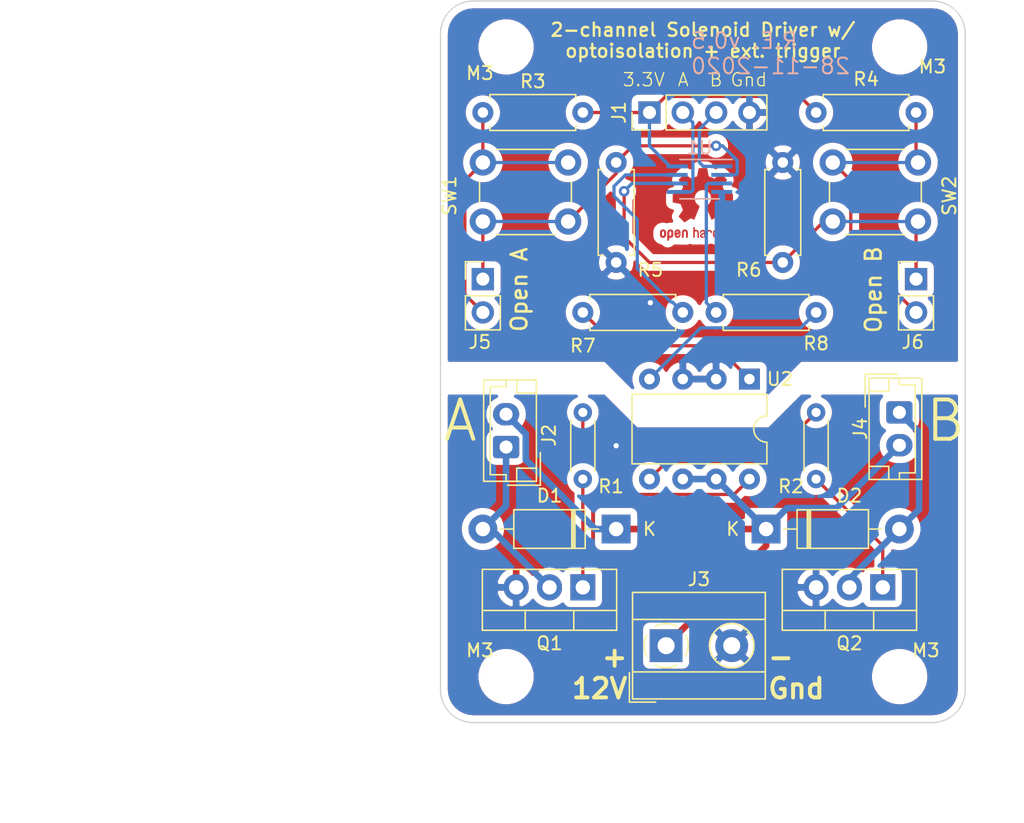
<source format=kicad_pcb>
(kicad_pcb (version 20171130) (host pcbnew "(5.1.8)-1")
  (title_block (rev 1))
  (layers (0 Front signal) (31 Back signal) (34 B.Paste user) (35 F.Paste user) (36 B.SilkS user) (37 F.SilkS user) (38 B.Mask user) (39 F.Mask user) (44 Edge.Cuts user))
  (net 0 "")
  (net 1 "Net-(D1-Pad2)")
  (net 2 "Net-(Q1-Pad1)")
  (net 3 "Net-(D2-Pad2)")
  (net 4 "Net-(Q2-Pad1)")
  (net 5 "Net-(R1-Pad2)")
  (net 6 "Net-(R2-Pad2)")
  (net 7 TeensyGND)
  (net 8 InputB)
  (net 9 InputA)
  (net 10 3.3V)
  (net 11 "Net-(J5-Pad2)")
  (net 12 "Net-(J5-Pad1)")
  (net 13 "Net-(J6-Pad2)")
  (net 14 "Net-(J6-Pad1)")
  (net 15 "Net-(R7-Pad2)")
  (net 16 "Net-(R7-Pad1)")
  (net 17 "Net-(R8-Pad2)")
  (net 18 "Net-(R8-Pad1)")
  (net 19 12V)
  (net 20 GNDPWR)
  (module gfx:nnm_logo_small (layer Back) (at 135.5 59 180)
    (fp_text reference G*** hide)
    (fp_text value LOGO hide)
  )
  (module Symbol:OSHW-Logo2_7.3x6mm_Copper (layer Front) (at 142.5 70.5)
    (fp_text reference REF** hide)
    (fp_text value OSHW-Logo2_7.3x6mm_Copper hide)
    (fp_poly (pts (xy -2.400256 1.919918) (xy -2.344799 1.947568) (xy -2.295852 1.99848) (xy -2.282371 2.017338) (xy -2.267686 2.042015) (xy -2.258158 2.068816) (xy -2.252707 2.104587) (xy -2.250253 2.156169) (xy -2.249714 2.224267) (xy -2.252148 2.317588) (xy -2.260606 2.387657) (xy -2.276826 2.439931) (xy -2.302546 2.479869) (xy -2.339503 2.512929) (xy -2.342218 2.514886) (xy -2.37864 2.534908) (xy -2.422498 2.544815) (xy -2.478276 2.547257) (xy -2.568952 2.547257) (xy -2.56899 2.635283) (xy -2.569834 2.684308) (xy -2.574976 2.713065) (xy -2.588413 2.730311) (xy -2.614142 2.744808) (xy -2.620321 2.747769) (xy -2.649236 2.761648) (xy -2.671624 2.770414) (xy -2.688271 2.771171) (xy -2.699964 2.761023) (xy -2.70749 2.737073) (xy -2.711634 2.696426) (xy -2.713185 2.636186) (xy -2.712929 2.553455) (xy -2.711651 2.445339) (xy -2.711252 2.413) (xy -2.709815 2.301524) (xy -2.708528 2.228603) (xy -2.569029 2.228603) (xy -2.568245 2.290499) (xy -2.56476 2.330997) (xy -2.556876 2.357708) (xy -2.542895 2.378244) (xy -2.533403 2.38826) (xy -2.494596 2.417567) (xy -2.460237 2.419952) (xy -2.424784 2.39575) (xy -2.423886 2.394857) (xy -2.409461 2.376153) (xy -2.400687 2.350732) (xy -2.396261 2.311584) (xy -2.394882 2.251697) (xy -2.394857 2.23843) (xy -2.398188 2.155901) (xy -2.409031 2.098691) (xy -2.42866 2.063766) (xy -2.45835 2.048094) (xy -2.475509 2.046514) (xy -2.516234 2.053926) (xy -2.544168 2.07833) (xy -2.560983 2.12298) (xy -2.56835 2.19113) (xy -2.569029 2.228603) (xy -2.708528 2.228603) (xy -2.708292 2.215245) (xy -2.706323 2.150333) (xy -2.70355 2.102958) (xy -2.699612 2.06929) (xy -2.694151 2.045498) (xy -2.686808 2.027753) (xy -2.677223 2.012224) (xy -2.673113 2.006381) (xy -2.618595 1.951185) (xy -2.549664 1.91989) (xy -2.469928 1.911165) (xy -2.400256 1.919918)) (layer Front) (width 0.01))
    (fp_poly (pts (xy -1.283907 1.92778) (xy -1.237328 1.954723) (xy -1.204943 1.981466) (xy -1.181258 2.009484) (xy -1.164941 2.043748) (xy -1.154661 2.089227) (xy -1.149086 2.150892) (xy -1.146884 2.233711) (xy -1.146629 2.293246) (xy -1.146629 2.512391) (xy -1.208314 2.540044) (xy -1.27 2.567697) (xy -1.277257 2.32767) (xy -1.280256 2.238028) (xy -1.283402 2.172962) (xy -1.287299 2.128026) (xy -1.292553 2.09877) (xy -1.299769 2.080748) (xy -1.30955 2.069511) (xy -1.312688 2.067079) (xy -1.360239 2.048083) (xy -1.408303 2.0556) (xy -1.436914 2.075543) (xy -1.448553 2.089675) (xy -1.456609 2.10822) (xy -1.461729 2.136334) (xy -1.464559 2.179173) (xy -1.465744 2.241895) (xy -1.465943 2.307261) (xy -1.465982 2.389268) (xy -1.467386 2.447316) (xy -1.472086 2.486465) (xy -1.482013 2.51178) (xy -1.499097 2.528323) (xy -1.525268 2.541156) (xy -1.560225 2.554491) (xy -1.598404 2.569007) (xy -1.593859 2.311389) (xy -1.592029 2.218519) (xy -1.589888 2.149889) (xy -1.586819 2.100711) (xy -1.582206 2.066198) (xy -1.575432 2.041562) (xy -1.565881 2.022016) (xy -1.554366 2.00477) (xy -1.49881 1.94968) (xy -1.43102 1.917822) (xy -1.357287 1.910191) (xy -1.283907 1.92778)) (layer Front) (width 0.01))
    (fp_poly (pts (xy -2.958885 1.921962) (xy -2.890855 1.957733) (xy -2.840649 2.015301) (xy -2.822815 2.052312) (xy -2.808937 2.107882) (xy -2.801833 2.178096) (xy -2.80116 2.254727) (xy -2.806573 2.329552) (xy -2.81773 2.394342) (xy -2.834286 2.440873) (xy -2.839374 2.448887) (xy -2.899645 2.508707) (xy -2.971231 2.544535) (xy -3.048908 2.55502) (xy -3.127452 2.53881) (xy -3.149311 2.529092) (xy -3.191878 2.499143) (xy -3.229237 2.459433) (xy -3.232768 2.454397) (xy -3.247119 2.430124) (xy -3.256606 2.404178) (xy -3.26221 2.370022) (xy -3.264914 2.321119) (xy -3.265701 2.250935) (xy -3.265714 2.2352) (xy -3.265678 2.230192) (xy -3.120571 2.230192) (xy -3.119727 2.29643) (xy -3.116404 2.340386) (xy -3.109417 2.368779) (xy -3.097584 2.388325) (xy -3.091543 2.394857) (xy -3.056814 2.41968) (xy -3.023097 2.418548) (xy -2.989005 2.397016) (xy -2.968671 2.374029) (xy -2.956629 2.340478) (xy -2.949866 2.287569) (xy -2.949402 2.281399) (xy -2.948248 2.185513) (xy -2.960312 2.114299) (xy -2.98543 2.068194) (xy -3.02344 2.047635) (xy -3.037008 2.046514) (xy -3.072636 2.052152) (xy -3.097006 2.071686) (xy -3.111907 2.109042) (xy -3.119125 2.16815) (xy -3.120571 2.230192) (xy -3.265678 2.230192) (xy -3.265174 2.160413) (xy -3.262904 2.108159) (xy -3.257932 2.071949) (xy -3.249287 2.045299) (xy -3.235995 2.021722) (xy -3.233057 2.017338) (xy -3.183687 1.958249) (xy -3.129891 1.923947) (xy -3.064398 1.910331) (xy -3.042158 1.909665) (xy -2.958885 1.921962)) (layer Front) (width 0.01))
    (fp_poly (pts (xy -1.831697 1.931239) (xy -1.774473 1.969735) (xy -1.730251 2.025335) (xy -1.703833 2.096086) (xy -1.69849 2.148162) (xy -1.699097 2.169893) (xy -1.704178 2.186531) (xy -1.718145 2.201437) (xy -1.745411 2.217973) (xy -1.790388 2.239498) (xy -1.857489 2.269374) (xy -1.857829 2.269524) (xy -1.919593 2.297813) (xy -1.970241 2.322933) (xy -2.004596 2.342179) (xy -2.017482 2.352848) (xy -2.017486 2.352934) (xy -2.006128 2.376166) (xy -1.979569 2.401774) (xy -1.949077 2.420221) (xy -1.93363 2.423886) (xy -1.891485 2.411212) (xy -1.855192 2.379471) (xy -1.837483 2.344572) (xy -1.820448 2.318845) (xy -1.787078 2.289546) (xy -1.747851 2.264235) (xy -1.713244 2.250471) (xy -1.706007 2.249714) (xy -1.697861 2.26216) (xy -1.69737 2.293972) (xy -1.703357 2.336866) (xy -1.714643 2.382558) (xy -1.73005 2.422761) (xy -1.730829 2.424322) (xy -1.777196 2.489062) (xy -1.837289 2.533097) (xy -1.905535 2.554711) (xy -1.976362 2.552185) (xy -2.044196 2.523804) (xy -2.047212 2.521808) (xy -2.100573 2.473448) (xy -2.13566 2.410352) (xy -2.155078 2.327387) (xy -2.157684 2.304078) (xy -2.162299 2.194055) (xy -2.156767 2.142748) (xy -2.017486 2.142748) (xy -2.015676 2.174753) (xy -2.005778 2.184093) (xy -1.981102 2.177105) (xy -1.942205 2.160587) (xy -1.898725 2.139881) (xy -1.897644 2.139333) (xy -1.860791 2.119949) (xy -1.846 2.107013) (xy -1.849647 2.093451) (xy -1.865005 2.075632) (xy -1.904077 2.049845) (xy -1.946154 2.04795) (xy -1.983897 2.066717) (xy -2.009966 2.102915) (xy -2.017486 2.142748) (xy -2.156767 2.142748) (xy -2.152806 2.106027) (xy -2.12845 2.036212) (xy -2.094544 1.987302) (xy -2.033347 1.937878) (xy -1.965937 1.913359) (xy -1.89712 1.911797) (xy -1.831697 1.931239)) (layer Front) (width 0.01))
    (fp_poly (pts (xy -0.624114 1.851289) (xy -0.619861 1.910613) (xy -0.614975 1.945572) (xy -0.608205 1.96082) (xy -0.598298 1.961015) (xy -0.595086 1.959195) (xy -0.552356 1.946015) (xy -0.496773 1.946785) (xy -0.440263 1.960333) (xy -0.404918 1.977861) (xy -0.368679 2.005861) (xy -0.342187 2.037549) (xy -0.324001 2.077813) (xy -0.312678 2.131543) (xy -0.306778 2.203626) (xy -0.304857 2.298951) (xy -0.304823 2.317237) (xy -0.3048 2.522646) (xy -0.350509 2.53858) (xy -0.382973 2.54942) (xy -0.400785 2.554468) (xy -0.401309 2.554514) (xy -0.403063 2.540828) (xy -0.404556 2.503076) (xy -0.405674 2.446224) (xy -0.406303 2.375234) (xy -0.4064 2.332073) (xy -0.406602 2.246973) (xy -0.407642 2.185981) (xy -0.410169 2.144177) (xy -0.414836 2.116642) (xy -0.422293 2.098456) (xy -0.433189 2.084698) (xy -0.439993 2.078073) (xy -0.486728 2.051375) (xy -0.537728 2.049375) (xy -0.583999 2.071955) (xy -0.592556 2.080107) (xy -0.605107 2.095436) (xy -0.613812 2.113618) (xy -0.619369 2.139909) (xy -0.622474 2.179562) (xy -0.623824 2.237832) (xy -0.624114 2.318173) (xy -0.624114 2.522646) (xy -0.669823 2.53858) (xy -0.702287 2.54942) (xy -0.720099 2.554468) (xy -0.720623 2.554514) (xy -0.721963 2.540623) (xy -0.723172 2.501439) (xy -0.724199 2.4407) (xy -0.724998 2.362141) (xy -0.725519 2.269498) (xy -0.725714 2.166509) (xy -0.725714 1.769342) (xy -0.678543 1.749444) (xy -0.631371 1.729547) (xy -0.624114 1.851289)) (layer Front) (width 0.01))
    (fp_poly (pts (xy 0.039744 1.950968) (xy 0.096616 1.972087) (xy 0.097267 1.972493) (xy 0.13244 1.99838) (xy 0.158407 2.028633) (xy 0.17667 2.068058) (xy 0.188732 2.121462) (xy 0.196096 2.193651) (xy 0.200264 2.289432) (xy 0.200629 2.303078) (xy 0.205876 2.508842) (xy 0.161716 2.531678) (xy 0.129763 2.54711) (xy 0.11047 2.554423) (xy 0.109578 2.554514) (xy 0.106239 2.541022) (xy 0.103587 2.504626) (xy 0.101956 2.451452) (xy 0.1016 2.408393) (xy 0.101592 2.338641) (xy 0.098403 2.294837) (xy 0.087288 2.273944) (xy 0.063501 2.272925) (xy 0.022296 2.288741) (xy -0.039914 2.317815) (xy -0.085659 2.341963) (xy -0.109187 2.362913) (xy -0.116104 2.385747) (xy -0.116114 2.386877) (xy -0.104701 2.426212) (xy -0.070908 2.447462) (xy -0.019191 2.450539) (xy 0.018061 2.450006) (xy 0.037703 2.460735) (xy 0.049952 2.486505) (xy 0.057002 2.519337) (xy 0.046842 2.537966) (xy 0.043017 2.540632) (xy 0.007001 2.55134) (xy -0.043434 2.552856) (xy -0.095374 2.545759) (xy -0.132178 2.532788) (xy -0.183062 2.489585) (xy -0.211986 2.429446) (xy -0.217714 2.382462) (xy -0.213343 2.340082) (xy -0.197525 2.305488) (xy -0.166203 2.274763) (xy -0.115322 2.24399) (xy -0.040824 2.209252) (xy -0.036286 2.207288) (xy 0.030821 2.176287) (xy 0.072232 2.150862) (xy 0.089981 2.128014) (xy 0.086107 2.104745) (xy 0.062643 2.078056) (xy 0.055627 2.071914) (xy 0.00863 2.0481) (xy -0.040067 2.049103) (xy -0.082478 2.072451) (xy -0.110616 2.115675) (xy -0.113231 2.12416) (xy -0.138692 2.165308) (xy -0.170999 2.185128) (xy -0.217714 2.20477) (xy -0.217714 2.15395) (xy -0.203504 2.080082) (xy -0.161325 2.012327) (xy -0.139376 1.989661) (xy -0.089483 1.960569) (xy -0.026033 1.9474) (xy 0.039744 1.950968)) (layer Front) (width 0.01))
    (fp_poly (pts (xy 0.529926 1.949755) (xy 0.595858 1.974084) (xy 0.649273 2.017117) (xy 0.670164 2.047409) (xy 0.692939 2.102994) (xy 0.692466 2.143186) (xy 0.668562 2.170217) (xy 0.659717 2.174813) (xy 0.62153 2.189144) (xy 0.602028 2.185472) (xy 0.595422 2.161407) (xy 0.595086 2.148114) (xy 0.582992 2.09921) (xy 0.551471 2.064999) (xy 0.507659 2.048476) (xy 0.458695 2.052634) (xy 0.418894 2.074227) (xy 0.40545 2.086544) (xy 0.395921 2.101487) (xy 0.389485 2.124075) (xy 0.385317 2.159328) (xy 0.382597 2.212266) (xy 0.380502 2.287907) (xy 0.37996 2.311857) (xy 0.377981 2.39379) (xy 0.375731 2.451455) (xy 0.372357 2.489608) (xy 0.367006 2.513004) (xy 0.358824 2.526398) (xy 0.346959 2.534545) (xy 0.339362 2.538144) (xy 0.307102 2.550452) (xy 0.288111 2.554514) (xy 0.281836 2.540948) (xy 0.278006 2.499934) (xy 0.2766 2.430999) (xy 0.277598 2.333669) (xy 0.277908 2.318657) (xy 0.280101 2.229859) (xy 0.282693 2.165019) (xy 0.286382 2.119067) (xy 0.291864 2.086935) (xy 0.299835 2.063553) (xy 0.310993 2.043852) (xy 0.31683 2.03541) (xy 0.350296 1.998057) (xy 0.387727 1.969003) (xy 0.392309 1.966467) (xy 0.459426 1.946443) (xy 0.529926 1.949755)) (layer Front) (width 0.01))
    (fp_poly (pts (xy 1.190117 2.065358) (xy 1.189933 2.173837) (xy 1.189219 2.257287) (xy 1.187675 2.319704) (xy 1.185001 2.365085) (xy 1.180894 2.397429) (xy 1.175055 2.420733) (xy 1.167182 2.438995) (xy 1.161221 2.449418) (xy 1.111855 2.505945) (xy 1.049264 2.541377) (xy 0.980013 2.55409) (xy 0.910668 2.542463) (xy 0.869375 2.521568) (xy 0.826025 2.485422) (xy 0.796481 2.441276) (xy 0.778655 2.383462) (xy 0.770463 2.306313) (xy 0.769302 2.249714) (xy 0.769458 2.245647) (xy 0.870857 2.245647) (xy 0.871476 2.31055) (xy 0.874314 2.353514) (xy 0.88084 2.381622) (xy 0.892523 2.401953) (xy 0.906483 2.417288) (xy 0.953365 2.44689) (xy 1.003701 2.449419) (xy 1.051276 2.424705) (xy 1.054979 2.421356) (xy 1.070783 2.403935) (xy 1.080693 2.383209) (xy 1.086058 2.352362) (xy 1.088228 2.304577) (xy 1.088571 2.251748) (xy 1.087827 2.185381) (xy 1.084748 2.141106) (xy 1.078061 2.112009) (xy 1.066496 2.091173) (xy 1.057013 2.080107) (xy 1.01296 2.052198) (xy 0.962224 2.048843) (xy 0.913796 2.070159) (xy 0.90445 2.078073) (xy 0.88854 2.095647) (xy 0.87861 2.116587) (xy 0.873278 2.147782) (xy 0.871163 2.196122) (xy 0.870857 2.245647) (xy 0.769458 2.245647) (xy 0.77281 2.158568) (xy 0.784726 2.090086) (xy 0.807135 2.0386) (xy 0.842124 1.998443) (xy 0.869375 1.977861) (xy 0.918907 1.955625) (xy 0.976316 1.945304) (xy 1.029682 1.948067) (xy 1.059543 1.959212) (xy 1.071261 1.962383) (xy 1.079037 1.950557) (xy 1.084465 1.918866) (xy 1.088571 1.870593) (xy 1.093067 1.816829) (xy 1.099313 1.784482) (xy 1.110676 1.765985) (xy 1.130528 1.75377) (xy 1.143 1.748362) (xy 1.190171 1.728601) (xy 1.190117 2.065358)) (layer Front) (width 0.01))
    (fp_poly (pts (xy 1.779833 1.958663) (xy 1.782048 1.99685) (xy 1.783784 2.054886) (xy 1.784899 2.12818) (xy 1.785257 2.205055) (xy 1.785257 2.465196) (xy 1.739326 2.511127) (xy 1.707675 2.539429) (xy 1.67989 2.550893) (xy 1.641915 2.550168) (xy 1.62684 2.548321) (xy 1.579726 2.542948) (xy 1.540756 2.539869) (xy 1.531257 2.539585) (xy 1.499233 2.541445) (xy 1.453432 2.546114) (xy 1.435674 2.548321) (xy 1.392057 2.551735) (xy 1.362745 2.54432) (xy 1.33368 2.521427) (xy 1.323188 2.511127) (xy 1.277257 2.465196) (xy 1.277257 1.978602) (xy 1.314226 1.961758) (xy 1.346059 1.949282) (xy 1.364683 1.944914) (xy 1.369458 1.958718) (xy 1.373921 1.997286) (xy 1.377775 2.056356) (xy 1.380722 2.131663) (xy 1.382143 2.195286) (xy 1.386114 2.445657) (xy 1.420759 2.450556) (xy 1.452268 2.447131) (xy 1.467708 2.436041) (xy 1.472023 2.415308) (xy 1.475708 2.371145) (xy 1.478469 2.309146) (xy 1.480012 2.234909) (xy 1.480235 2.196706) (xy 1.480457 1.976783) (xy 1.526166 1.960849) (xy 1.558518 1.950015) (xy 1.576115 1.944962) (xy 1.576623 1.944914) (xy 1.578388 1.958648) (xy 1.580329 1.99673) (xy 1.582282 2.054482) (xy 1.584084 2.127227) (xy 1.585343 2.195286) (xy 1.589314 2.445657) (xy 1.6764 2.445657) (xy 1.680396 2.21724) (xy 1.684392 1.988822) (xy 1.726847 1.966868) (xy 1.758192 1.951793) (xy 1.776744 1.944951) (xy 1.777279 1.944914) (xy 1.779833 1.958663)) (layer Front) (width 0.01))
    (fp_poly (pts (xy 2.144876 1.956335) (xy 2.186667 1.975344) (xy 2.219469 1.998378) (xy 2.243503 2.024133) (xy 2.260097 2.057358) (xy 2.270577 2.1028) (xy 2.276271 2.165207) (xy 2.278507 2.249327) (xy 2.278743 2.304721) (xy 2.278743 2.520826) (xy 2.241774 2.53767) (xy 2.212656 2.549981) (xy 2.198231 2.554514) (xy 2.195472 2.541025) (xy 2.193282 2.504653) (xy 2.191942 2.451542) (xy 2.191657 2.409372) (xy 2.190434 2.348447) (xy 2.187136 2.300115) (xy 2.182321 2.270518) (xy 2.178496 2.264229) (xy 2.152783 2.270652) (xy 2.112418 2.287125) (xy 2.065679 2.309458) (xy 2.020845 2.333457) (xy 1.986193 2.35493) (xy 1.970002 2.369685) (xy 1.969938 2.369845) (xy 1.97133 2.397152) (xy 1.983818 2.423219) (xy 2.005743 2.444392) (xy 2.037743 2.451474) (xy 2.065092 2.450649) (xy 2.103826 2.450042) (xy 2.124158 2.459116) (xy 2.136369 2.483092) (xy 2.137909 2.487613) (xy 2.143203 2.521806) (xy 2.129047 2.542568) (xy 2.092148 2.552462) (xy 2.052289 2.554292) (xy 1.980562 2.540727) (xy 1.943432 2.521355) (xy 1.897576 2.475845) (xy 1.873256 2.419983) (xy 1.871073 2.360957) (xy 1.891629 2.305953) (xy 1.922549 2.271486) (xy 1.95342 2.252189) (xy 2.001942 2.227759) (xy 2.058485 2.202985) (xy 2.06791 2.199199) (xy 2.130019 2.171791) (xy 2.165822 2.147634) (xy 2.177337 2.123619) (xy 2.16658 2.096635) (xy 2.148114 2.075543) (xy 2.104469 2.049572) (xy 2.056446 2.047624) (xy 2.012406 2.067637) (xy 1.980709 2.107551) (xy 1.976549 2.117848) (xy 1.952327 2.155724) (xy 1.916965 2.183842) (xy 1.872343 2.206917) (xy 1.872343 2.141485) (xy 1.874969 2.101506) (xy 1.88623 2.069997) (xy 1.911199 2.036378) (xy 1.935169 2.010484) (xy 1.972441 1.973817) (xy 2.001401 1.954121) (xy 2.032505 1.94622) (xy 2.067713 1.944914) (xy 2.144876 1.956335)) (layer Front) (width 0.01))
    (fp_poly (pts (xy 2.6526 1.958752) (xy 2.669948 1.966334) (xy 2.711356 1.999128) (xy 2.746765 2.046547) (xy 2.768664 2.097151) (xy 2.772229 2.122098) (xy 2.760279 2.156927) (xy 2.734067 2.175357) (xy 2.705964 2.186516) (xy 2.693095 2.188572) (xy 2.686829 2.173649) (xy 2.674456 2.141175) (xy 2.669028 2.126502) (xy 2.63859 2.075744) (xy 2.59452 2.050427) (xy 2.53801 2.051206) (xy 2.533825 2.052203) (xy 2.503655 2.066507) (xy 2.481476 2.094393) (xy 2.466327 2.139287) (xy 2.45725 2.204615) (xy 2.453286 2.293804) (xy 2.452914 2.341261) (xy 2.45273 2.416071) (xy 2.451522 2.467069) (xy 2.448309 2.499471) (xy 2.442109 2.518495) (xy 2.43194 2.529356) (xy 2.416819 2.537272) (xy 2.415946 2.53767) (xy 2.386828 2.549981) (xy 2.372403 2.554514) (xy 2.370186 2.540809) (xy 2.368289 2.502925) (xy 2.366847 2.445715) (xy 2.365998 2.374027) (xy 2.365829 2.321565) (xy 2.366692 2.220047) (xy 2.37007 2.143032) (xy 2.377142 2.086023) (xy 2.389088 2.044526) (xy 2.40709 2.014043) (xy 2.432327 1.99008) (xy 2.457247 1.973355) (xy 2.517171 1.951097) (xy 2.586911 1.946076) (xy 2.6526 1.958752)) (layer Front) (width 0.01))
    (fp_poly (pts (xy 3.153595 1.966966) (xy 3.211021 2.004497) (xy 3.238719 2.038096) (xy 3.260662 2.099064) (xy 3.262405 2.147308) (xy 3.258457 2.211816) (xy 3.109686 2.276934) (xy 3.037349 2.310202) (xy 2.990084 2.336964) (xy 2.965507 2.360144) (xy 2.961237 2.382667) (xy 2.974889 2.407455) (xy 2.989943 2.423886) (xy 3.033746 2.450235) (xy 3.081389 2.452081) (xy 3.125145 2.431546) (xy 3.157289 2.390752) (xy 3.163038 2.376347) (xy 3.190576 2.331356) (xy 3.222258 2.312182) (xy 3.265714 2.295779) (xy 3.265714 2.357966) (xy 3.261872 2.400283) (xy 3.246823 2.435969) (xy 3.21528 2.476943) (xy 3.210592 2.482267) (xy 3.175506 2.51872) (xy 3.145347 2.538283) (xy 3.107615 2.547283) (xy 3.076335 2.55023) (xy 3.020385 2.550965) (xy 2.980555 2.54166) (xy 2.955708 2.527846) (xy 2.916656 2.497467) (xy 2.889625 2.464613) (xy 2.872517 2.423294) (xy 2.863238 2.367521) (xy 2.859693 2.291305) (xy 2.85941 2.252622) (xy 2.860372 2.206247) (xy 2.948007 2.206247) (xy 2.949023 2.231126) (xy 2.951556 2.2352) (xy 2.968274 2.229665) (xy 3.004249 2.215017) (xy 3.052331 2.19419) (xy 3.062386 2.189714) (xy 3.123152 2.158814) (xy 3.156632 2.131657) (xy 3.16399 2.10622) (xy 3.146391 2.080481) (xy 3.131856 2.069109) (xy 3.07941 2.046364) (xy 3.030322 2.050122) (xy 2.989227 2.077884) (xy 2.960758 2.127152) (xy 2.951631 2.166257) (xy 2.948007 2.206247) (xy 2.860372 2.206247) (xy 2.861285 2.162249) (xy 2.868196 2.095384) (xy 2.881884 2.046695) (xy 2.904096 2.010849) (xy 2.936574 1.982513) (xy 2.950733 1.973355) (xy 3.015053 1.949507) (xy 3.085473 1.948006) (xy 3.153595 1.966966)) (layer Front) (width 0.01))
    (fp_poly (pts (xy 0.10391 -2.757652) (xy 0.182454 -2.757222) (xy 0.239298 -2.756058) (xy 0.278105 -2.753793) (xy 0.302538 -2.75006) (xy 0.316262 -2.744494) (xy 0.32294 -2.736727) (xy 0.326236 -2.726395) (xy 0.326556 -2.725057) (xy 0.331562 -2.700921) (xy 0.340829 -2.653299) (xy 0.353392 -2.587259) (xy 0.368287 -2.507872) (xy 0.384551 -2.420204) (xy 0.385119 -2.417125) (xy 0.40141 -2.331211) (xy 0.416652 -2.255304) (xy 0.429861 -2.193955) (xy 0.440054 -2.151718) (xy 0.446248 -2.133145) (xy 0.446543 -2.132816) (xy 0.464788 -2.123747) (xy 0.502405 -2.108633) (xy 0.551271 -2.090738) (xy 0.551543 -2.090642) (xy 0.613093 -2.067507) (xy 0.685657 -2.038035) (xy 0.754057 -2.008403) (xy 0.757294 -2.006938) (xy 0.868702 -1.956374) (xy 1.115399 -2.12484) (xy 1.191077 -2.176197) (xy 1.259631 -2.222111) (xy 1.317088 -2.25997) (xy 1.359476 -2.287163) (xy 1.382825 -2.301079) (xy 1.385042 -2.302111) (xy 1.40201 -2.297516) (xy 1.433701 -2.275345) (xy 1.481352 -2.234553) (xy 1.546198 -2.174095) (xy 1.612397 -2.109773) (xy 1.676214 -2.046388) (xy 1.733329 -1.988549) (xy 1.780305 -1.939825) (xy 1.813703 -1.90379) (xy 1.830085 -1.884016) (xy 1.830694 -1.882998) (xy 1.832505 -1.869428) (xy 1.825683 -1.847267) (xy 1.80854 -1.813522) (xy 1.779393 -1.7652) (xy 1.736555 -1.699308) (xy 1.679448 -1.614483) (xy 1.628766 -1.539823) (xy 1.583461 -1.47286) (xy 1.54615 -1.417484) (xy 1.519452 -1.37758) (xy 1.505985 -1.357038) (xy 1.505137 -1.355644) (xy 1.506781 -1.335962) (xy 1.519245 -1.297707) (xy 1.540048 -1.248111) (xy 1.547462 -1.232272) (xy 1.579814 -1.16171) (xy 1.614328 -1.081647) (xy 1.642365 -1.012371) (xy 1.662568 -0.960955) (xy 1.678615 -0.921881) (xy 1.687888 -0.901459) (xy 1.689041 -0.899886) (xy 1.706096 -0.897279) (xy 1.746298 -0.890137) (xy 1.804302 -0.879477) (xy 1.874763 -0.866315) (xy 1.952335 -0.851667) (xy 2.031672 -0.836551) (xy 2.107431 -0.821982) (xy 2.174264 -0.808978) (xy 2.226828 -0.798555) (xy 2.259776 -0.79173) (xy 2.267857 -0.789801) (xy 2.276205 -0.785038) (xy 2.282506 -0.774282) (xy 2.287045 -0.753902) (xy 2.290104 -0.720266) (xy 2.291967 -0.669745) (xy 2.292918 -0.598708) (xy 2.29324 -0.503524) (xy 2.293257 -0.464508) (xy 2.293257 -0.147201) (xy 2.217057 -0.132161) (xy 2.174663 -0.124005) (xy 2.1114 -0.112101) (xy 2.034962 -0.097884) (xy 1.953043 -0.08279) (xy 1.9304 -0.078645) (xy 1.854806 -0.063947) (xy 1.788953 -0.049495) (xy 1.738366 -0.036625) (xy 1.708574 -0.026678) (xy 1.703612 -0.023713) (xy 1.691426 -0.002717) (xy 1.673953 0.037967) (xy 1.654577 0.090322) (xy 1.650734 0.1016) (xy 1.625339 0.171523) (xy 1.593817 0.250418) (xy 1.562969 0.321266) (xy 1.562817 0.321595) (xy 1.511447 0.432733) (xy 1.680399 0.681253) (xy 1.849352 0.929772) (xy 1.632429 1.147058) (xy 1.566819 1.211726) (xy 1.506979 1.268733) (xy 1.456267 1.315033) (xy 1.418046 1.347584) (xy 1.395675 1.363343) (xy 1.392466 1.364343) (xy 1.373626 1.356469) (xy 1.33518 1.334578) (xy 1.28133 1.301267) (xy 1.216276 1.259131) (xy 1.14594 1.211943) (xy 1.074555 1.16381) (xy 1.010908 1.121928) (xy 0.959041 1.088871) (xy 0.922995 1.067218) (xy 0.906867 1.059543) (xy 0.887189 1.066037) (xy 0.849875 1.08315) (xy 0.802621 1.107326) (xy 0.797612 1.110013) (xy 0.733977 1.141927) (xy 0.690341 1.157579) (xy 0.663202 1.157745) (xy 0.649057 1.143204) (xy 0.648975 1.143) (xy 0.641905 1.125779) (xy 0.625042 1.084899) (xy 0.599695 1.023525) (xy 0.567171 0.944819) (xy 0.528778 0.851947) (xy 0.485822 0.748072) (xy 0.444222 0.647502) (xy 0.398504 0.536516) (xy 0.356526 0.433703) (xy 0.319548 0.342215) (xy 0.288827 0.265201) (xy 0.265622 0.205815) (xy 0.25119 0.167209) (xy 0.246743 0.1528) (xy 0.257896 0.136272) (xy 0.287069 0.10993) (xy 0.325971 0.080887) (xy 0.436757 -0.010961) (xy 0.523351 -0.116241) (xy 0.584716 -0.232734) (xy 0.619815 -0.358224) (xy 0.627608 -0.490493) (xy 0.621943 -0.551543) (xy 0.591078 -0.678205) (xy 0.53792 -0.790059) (xy 0.465767 -0.885999) (xy 0.377917 -0.964924) (xy 0.277665 -1.02573) (xy 0.16831 -1.067313) (xy 0.053147 -1.088572) (xy -0.064525 -1.088401) (xy -0.18141 -1.065699) (xy -0.294211 -1.019362) (xy -0.399631 -0.948287) (xy -0.443632 -0.908089) (xy -0.528021 -0.804871) (xy -0.586778 -0.692075) (xy -0.620296 -0.57299) (xy -0.628965 -0.450905) (xy -0.613177 -0.329107) (xy -0.573322 -0.210884) (xy -0.509793 -0.099525) (xy -0.422979 0.001684) (xy -0.325971 0.080887) (xy -0.285563 0.111162) (xy -0.257018 0.137219) (xy -0.246743 0.152825) (xy -0.252123 0.169843) (xy -0.267425 0.2105) (xy -0.291388 0.271642) (xy -0.322756 0.350119) (xy -0.360268 0.44278) (xy -0.402667 0.546472) (xy -0.444337 0.647526) (xy -0.49031 0.758607) (xy -0.532893 0.861541) (xy -0.570779 0.953165) (xy -0.60266 1.030316) (xy -0.627229 1.089831) (xy -0.64318 1.128544) (xy -0.64909 1.143) (xy -0.663052 1.157685) (xy -0.69006 1.157642) (xy -0.733587 1.142099) (xy -0.79711 1.110284) (xy -0.797612 1.110013) (xy -0.84544 1.085323) (xy -0.884103 1.067338) (xy -0.905905 1.059614) (xy -0.906867 1.059543) (xy -0.923279 1.067378) (xy -0.959513 1.089165) (xy -1.011526 1.122328) (xy -1.075275 1.164291) (xy -1.14594 1.211943) (xy -1.217884 1.260191) (xy -1.282726 1.302151) (xy -1.336265 1.335227) (xy -1.374303 1.356821) (xy -1.392467 1.364343) (xy -1.409192 1.354457) (xy -1.44282 1.326826) (xy -1.48999 1.284495) (xy -1.547342 1.230505) (xy -1.611516 1.167899) (xy -1.632503 1.146983) (xy -1.849501 0.929623) (xy -1.684332 0.68722) (xy -1.634136 0.612781) (xy -1.590081 0.545972) (xy -1.554638 0.490665) (xy -1.530281 0.450729) (xy -1.519478 0.430036) (xy -1.519162 0.428563) (xy -1.524857 0.409058) (xy -1.540174 0.369822) (xy -1.562463 0.31743) (xy -1.578107 0.282355) (xy -1.607359 0.215201) (xy -1.634906 0.147358) (xy -1.656263 0.090034) (xy -1.662065 0.072572) (xy -1.678548 0.025938) (xy -1.69466 -0.010095) (xy -1.70351 -0.023713) (xy -1.72304 -0.032048) (xy -1.765666 -0.043863) (xy -1.825855 -0.057819) (xy -1.898078 -0.072578) (xy -1.9304 -0.078645) (xy -2.012478 -0.093727) (xy -2.091205 -0.108331) (xy -2.158891 -0.12102) (xy -2.20784 -0.130358) (xy -2.217057 -0.132161) (xy -2.293257 -0.147201) (xy -2.293257 -0.464508) (xy -2.293086 -0.568846) (xy -2.292384 -0.647787) (xy -2.290866 -0.704962) (xy -2.288251 -0.744001) (xy -2.284254 -0.768535) (xy -2.278591 -0.782195) (xy -2.27098 -0.788611) (xy -2.267857 -0.789801) (xy -2.249022 -0.79402) (xy -2.207412 -0.802438) (xy -2.14837 -0.814039) (xy -2.077243 -0.827805) (xy -1.999375 -0.84272) (xy -1.920113 -0.857768) (xy -1.844802 -0.871931) (xy -1.778787 -0.884194) (xy -1.727413 -0.893539) (xy -1.696025 -0.89895) (xy -1.689041 -0.899886) (xy -1.682715 -0.912404) (xy -1.66871 -0.945754) (xy -1.649645 -0.993623) (xy -1.642366 -1.012371) (xy -1.613004 -1.084805) (xy -1.578429 -1.16483) (xy -1.547463 -1.232272) (xy -1.524677 -1.283841) (xy -1.509518 -1.326215) (xy -1.504458 -1.352166) (xy -1.505264 -1.355644) (xy -1.515959 -1.372064) (xy -1.54038 -1.408583) (xy -1.575905 -1.461313) (xy -1.619913 -1.526365) (xy -1.669783 -1.599849) (xy -1.679644 -1.614355) (xy -1.737508 -1.700296) (xy -1.780044 -1.765739) (xy -1.808946 -1.813696) (xy -1.82591 -1.84718) (xy -1.832633 -1.869205) (xy -1.83081 -1.882783) (xy -1.830764 -1.882869) (xy -1.816414 -1.900703) (xy -1.784677 -1.935183) (xy -1.73899 -1.982732) (xy -1.682796 -2.039778) (xy -1.619532 -2.102745) (xy -1.612398 -2.109773) (xy -1.53267 -2.18698) (xy -1.471143 -2.24367) (xy -1.426579 -2.28089) (xy -1.397743 -2.299685) (xy -1.385042 -2.302111) (xy -1.366506 -2.291529) (xy -1.328039 -2.267084) (xy -1.273614 -2.231388) (xy -1.207202 -2.187053) (xy -1.132775 -2.136689) (xy -1.115399 -2.12484) (xy -0.868703 -1.956374) (xy -0.757294 -2.006938) (xy -0.689543 -2.036405) (xy -0.616817 -2.066041) (xy -0.554297 -2.08967) (xy -0.551543 -2.090642) (xy -0.50264 -2.108543) (xy -0.464943 -2.12368) (xy -0.446575 -2.13279) (xy -0.446544 -2.132816) (xy -0.440715 -2.149283) (xy -0.430808 -2.189781) (xy -0.417805 -2.249758) (xy -0.402691 -2.32466) (xy -0.386448 -2.409936) (xy -0.385119 -2.417125) (xy -0.368825 -2.504986) (xy -0.353867 -2.58474) (xy -0.341209 -2.651319) (xy -0.331814 -2.699653) (xy -0.326646 -2.724675) (xy -0.326556 -2.725057) (xy -0.323411 -2.735701) (xy -0.317296 -2.743738) (xy -0.304547 -2.749533) (xy -0.2815 -2.753453) (xy -0.244491 -2.755865) (xy -0.189856 -2.757135) (xy -0.113933 -2.757629) (xy -0.013056 -2.757714) (xy 0 -2.757714) (xy 0.10391 -2.757652)) (layer Front) (width 0.01))
  )
  (module MountingHole:MountingHole_3.2mm_M3 (layer Front) (at 157.5 58.5)
    (fp_text reference M3 (at 2.5 1.5) (layer F.SilkS))
    (fp_text value MountingHole_3.2mm_M3)
    (pad 1 np_thru_hole circle (at 0 0) (size 3.2 3.2) (drill 3.2) (layers *.Cu *.Mask))
  )
  (module MountingHole:MountingHole_3.2mm_M3 (layer Front) (at 127.5 58.5)
    (fp_text reference M3 (at -2 2) (layer F.SilkS))
    (fp_text value MountingHole_3.2mm_M3)
    (pad 1 np_thru_hole circle (at 0 0) (size 3.2 3.2) (drill 3.2) (layers *.Cu *.Mask))
  )
  (module MountingHole:MountingHole_3.2mm_M3 (layer Front) (at 127.5 106.5)
    (fp_text reference M3 (at -2 -2) (layer F.SilkS))
    (fp_text value MountingHole_3.2mm_M3)
    (pad 1 np_thru_hole circle (at 0 0) (size 3.2 3.2) (drill 3.2) (layers *.Cu *.Mask))
  )
  (module MountingHole:MountingHole_3.2mm_M3 (layer Front) (at 157.5 106.5)
    (fp_text reference M3 (at 2 -2) (layer F.SilkS))
    (fp_text value MountingHole_3.2mm_M3)
    (pad 1 np_thru_hole circle (at 0 0) (size 3.2 3.2) (drill 3.2) (layers *.Cu *.Mask))
  )
  (module Package_DIP:DIP-8_W7.62mm (layer Front) (at 146.05 83.82 270)
    (fp_text reference U2 (at 0 -2.33 180) (layer F.SilkS))
    (fp_text value ILD74)
    (pad 8 thru_hole oval (at 7.62 0 270) (size 1.6 1.6) (drill 0.8) (layers *.Cu *.Mask) (net 5 "Net-(R1-Pad2)"))
    (pad 4 thru_hole oval (at 0 7.62 270) (size 1.6 1.6) (drill 0.8) (layers *.Cu *.Mask) (net 18 "Net-(R8-Pad1)"))
    (pad 7 thru_hole oval (at 7.62 2.54 270) (size 1.6 1.6) (drill 0.8) (layers *.Cu *.Mask) (net 19 12V))
    (pad 3 thru_hole oval (at 0 5.08 270) (size 1.6 1.6) (drill 0.8) (layers *.Cu *.Mask) (net 7 TeensyGND))
    (pad 6 thru_hole oval (at 7.62 5.08 270) (size 1.6 1.6) (drill 0.8) (layers *.Cu *.Mask) (net 19 12V))
    (pad 2 thru_hole oval (at 0 2.54 270) (size 1.6 1.6) (drill 0.8) (layers *.Cu *.Mask) (net 7 TeensyGND))
    (pad 5 thru_hole oval (at 7.62 7.62 270) (size 1.6 1.6) (drill 0.8) (layers *.Cu *.Mask) (net 6 "Net-(R2-Pad2)"))
    (pad 1 thru_hole rect (at 0 0 270) (size 1.6 1.6) (drill 0.8) (layers *.Cu *.Mask) (net 16 "Net-(R7-Pad1)"))
  )
  (module Package_SO:SSOP-8_2.95x2.8mm_P0.65mm (layer Back) (at 142.24 68.58 180)
    (fp_text reference U1 (at 0 2.4) (layer B.SilkS) (effects (justify mirror)))
    (fp_text value 74LVC2G32)
    (pad 8 smd rect (at 1.7 0.975 270) (size 0.3 1.6) (layers Back B.Paste B.Mask) (net 10 3.3V))
    (pad 7 smd rect (at 1.7 0.325 270) (size 0.3 1.6) (layers Back B.Paste B.Mask) (net 15 "Net-(R7-Pad2)"))
    (pad 6 smd rect (at 1.7 -0.325 270) (size 0.3 1.6) (layers Back B.Paste B.Mask) (net 14 "Net-(J6-Pad1)"))
    (pad 5 smd rect (at 1.7 -0.975 270) (size 0.3 1.6) (layers Back B.Paste B.Mask) (net 8 InputB))
    (pad 4 smd rect (at -1.7 -0.975 270) (size 0.3 1.6) (layers Back B.Paste B.Mask) (net 7 TeensyGND))
    (pad 3 smd rect (at -1.7 -0.325 270) (size 0.3 1.6) (layers Back B.Paste B.Mask) (net 17 "Net-(R8-Pad2)"))
    (pad 2 smd rect (at -1.7 0.325 270) (size 0.3 1.6) (layers Back B.Paste B.Mask) (net 12 "Net-(J5-Pad1)"))
    (pad 1 smd rect (at -1.7 0.975 270) (size 0.3 1.6) (layers Back B.Paste B.Mask) (net 9 InputA))
  )
  (module Button_Switch_THT:SW_PUSH_6mm (layer Front) (at 152.4 67.31)
    (fp_text reference SW2 (at 8.89 2.54 90) (layer F.SilkS))
    (fp_text value SW_Push)
    (pad 1 thru_hole circle (at 6.5 0 90) (size 2 2) (drill 1.1) (layers *.Cu *.Mask) (net 13 "Net-(J6-Pad2)"))
    (pad 2 thru_hole circle (at 6.5 4.5 90) (size 2 2) (drill 1.1) (layers *.Cu *.Mask) (net 14 "Net-(J6-Pad1)"))
    (pad 1 thru_hole circle (at 0 0 90) (size 2 2) (drill 1.1) (layers *.Cu *.Mask) (net 13 "Net-(J6-Pad2)"))
    (pad 2 thru_hole circle (at 0 4.5 90) (size 2 2) (drill 1.1) (layers *.Cu *.Mask) (net 14 "Net-(J6-Pad1)"))
  )
  (module Button_Switch_THT:SW_PUSH_6mm (layer Front) (at 125.73 67.31)
    (fp_text reference SW1 (at -2.54 2.54 90) (layer F.SilkS))
    (fp_text value SW_Push)
    (pad 1 thru_hole circle (at 6.5 0 90) (size 2 2) (drill 1.1) (layers *.Cu *.Mask) (net 11 "Net-(J5-Pad2)"))
    (pad 2 thru_hole circle (at 6.5 4.5 90) (size 2 2) (drill 1.1) (layers *.Cu *.Mask) (net 12 "Net-(J5-Pad1)"))
    (pad 1 thru_hole circle (at 0 0 90) (size 2 2) (drill 1.1) (layers *.Cu *.Mask) (net 11 "Net-(J5-Pad2)"))
    (pad 2 thru_hole circle (at 0 4.5 90) (size 2 2) (drill 1.1) (layers *.Cu *.Mask) (net 12 "Net-(J5-Pad1)"))
  )
  (module Resistor_THT:R_Axial_DIN0207_L6.3mm_D2.5mm_P7.62mm_Horizontal (layer Front) (at 151.13 78.74 180)
    (fp_text reference R8 (at 0 -2.37) (layer F.SilkS))
    (fp_text value 220)
    (pad 2 thru_hole oval (at 7.62 0 180) (size 1.6 1.6) (drill 0.8) (layers *.Cu *.Mask) (net 17 "Net-(R8-Pad2)"))
    (pad 1 thru_hole circle (at 0 0 180) (size 1.6 1.6) (drill 0.8) (layers *.Cu *.Mask) (net 18 "Net-(R8-Pad1)"))
  )
  (module Resistor_THT:R_Axial_DIN0207_L6.3mm_D2.5mm_P7.62mm_Horizontal (layer Front) (at 133.35 78.74)
    (fp_text reference R7 (at 0 2.54) (layer F.SilkS))
    (fp_text value 220)
    (pad 2 thru_hole oval (at 7.62 0) (size 1.6 1.6) (drill 0.8) (layers *.Cu *.Mask) (net 15 "Net-(R7-Pad2)"))
    (pad 1 thru_hole circle (at 0 0) (size 1.6 1.6) (drill 0.8) (layers *.Cu *.Mask) (net 16 "Net-(R7-Pad1)"))
  )
  (module Resistor_THT:R_Axial_DIN0207_L6.3mm_D2.5mm_P7.62mm_Horizontal (layer Front) (at 148.59 67.31 270)
    (fp_text reference R6 (at 8.19 2.59 180) (layer F.SilkS))
    (fp_text value 10k)
    (pad 2 thru_hole oval (at 7.62 0 270) (size 1.6 1.6) (drill 0.8) (layers *.Cu *.Mask) (net 14 "Net-(J6-Pad1)"))
    (pad 1 thru_hole circle (at 0 0 270) (size 1.6 1.6) (drill 0.8) (layers *.Cu *.Mask) (net 7 TeensyGND))
  )
  (module Resistor_THT:R_Axial_DIN0207_L6.3mm_D2.5mm_P7.62mm_Horizontal (layer Front) (at 135.89 74.93 90)
    (fp_text reference R5 (at -0.57 2.61 180) (layer F.SilkS))
    (fp_text value 10k)
    (pad 2 thru_hole oval (at 7.62 0 90) (size 1.6 1.6) (drill 0.8) (layers *.Cu *.Mask) (net 12 "Net-(J5-Pad1)"))
    (pad 1 thru_hole circle (at 0 0 90) (size 1.6 1.6) (drill 0.8) (layers *.Cu *.Mask) (net 7 TeensyGND))
  )
  (module Resistor_THT:R_Axial_DIN0207_L6.3mm_D2.5mm_P7.62mm_Horizontal (layer Front) (at 158.75 63.5 180)
    (fp_text reference R4 (at 3.81 2.54) (layer F.SilkS))
    (fp_text value 1k)
    (pad 2 thru_hole oval (at 7.62 0 180) (size 1.6 1.6) (drill 0.8) (layers *.Cu *.Mask) (net 10 3.3V))
    (pad 1 thru_hole circle (at 0 0 180) (size 1.6 1.6) (drill 0.8) (layers *.Cu *.Mask) (net 13 "Net-(J6-Pad2)"))
  )
  (module Resistor_THT:R_Axial_DIN0207_L6.3mm_D2.5mm_P7.62mm_Horizontal (layer Front) (at 125.73 63.5)
    (fp_text reference R3 (at 3.81 -2.37) (layer F.SilkS))
    (fp_text value 1k)
    (pad 2 thru_hole oval (at 7.62 0) (size 1.6 1.6) (drill 0.8) (layers *.Cu *.Mask) (net 10 3.3V))
    (pad 1 thru_hole circle (at 0 0) (size 1.6 1.6) (drill 0.8) (layers *.Cu *.Mask) (net 11 "Net-(J5-Pad2)"))
  )
  (module Resistor_THT:R_Axial_DIN0204_L3.6mm_D1.6mm_P5.08mm_Horizontal (layer Front) (at 151.13 91.44 90)
    (fp_text reference R2 (at -0.56 -1.92 180) (layer F.SilkS))
    (fp_text value 2.2k)
    (pad 2 thru_hole oval (at 5.08 0 90) (size 1.4 1.4) (drill 0.7) (layers *.Cu *.Mask) (net 6 "Net-(R2-Pad2)"))
    (pad 1 thru_hole circle (at 0 0 90) (size 1.4 1.4) (drill 0.7) (layers *.Cu *.Mask) (net 4 "Net-(Q2-Pad1)"))
  )
  (module Resistor_THT:R_Axial_DIN0204_L3.6mm_D1.6mm_P5.08mm_Horizontal (layer Front) (at 133.35 91.44 90)
    (fp_text reference R1 (at -0.56 2.15 180) (layer F.SilkS))
    (fp_text value 2.2k)
    (pad 2 thru_hole oval (at 5.08 0 90) (size 1.4 1.4) (drill 0.7) (layers *.Cu *.Mask) (net 5 "Net-(R1-Pad2)"))
    (pad 1 thru_hole circle (at 0 0 90) (size 1.4 1.4) (drill 0.7) (layers *.Cu *.Mask) (net 2 "Net-(Q1-Pad1)"))
  )
  (module Package_TO_SOT_THT:TO-220-3_Vertical (layer Front) (at 156.21 99.695 180)
    (fp_text reference Q2 (at 2.54 -4.27) (layer F.SilkS))
    (fp_text value TIP120)
    (pad 3 thru_hole oval (at 5.08 0 180) (size 1.905 2) (drill 1.1) (layers *.Cu *.Mask) (net 20 GNDPWR))
    (pad 2 thru_hole oval (at 2.54 0 180) (size 1.905 2) (drill 1.1) (layers *.Cu *.Mask) (net 3 "Net-(D2-Pad2)"))
    (pad 1 thru_hole rect (at 0 0 180) (size 1.905 2) (drill 1.1) (layers *.Cu *.Mask) (net 4 "Net-(Q2-Pad1)"))
  )
  (module Package_TO_SOT_THT:TO-220-3_Vertical (layer Front) (at 133.35 99.695 180)
    (fp_text reference Q1 (at 2.54 -4.27) (layer F.SilkS))
    (fp_text value TIP120)
    (pad 3 thru_hole oval (at 5.08 0 180) (size 1.905 2) (drill 1.1) (layers *.Cu *.Mask) (net 20 GNDPWR))
    (pad 2 thru_hole oval (at 2.54 0 180) (size 1.905 2) (drill 1.1) (layers *.Cu *.Mask) (net 1 "Net-(D1-Pad2)"))
    (pad 1 thru_hole rect (at 0 0 180) (size 1.905 2) (drill 1.1) (layers *.Cu *.Mask) (net 2 "Net-(Q1-Pad1)"))
  )
  (module Connector_PinHeader_2.54mm:PinHeader_1x02_P2.54mm_Vertical (layer Front) (at 158.75 76.2)
    (fp_text reference J6 (at -0.25 4.8 180) (layer F.SilkS))
    (fp_text value "Solenoid B Override")
    (pad 2 thru_hole oval (at 0 2.54) (size 1.7 1.7) (drill 1) (layers *.Cu *.Mask) (net 13 "Net-(J6-Pad2)"))
    (pad 1 thru_hole rect (at 0 0) (size 1.7 1.7) (drill 1) (layers *.Cu *.Mask) (net 14 "Net-(J6-Pad1)"))
  )
  (module Connector_PinHeader_2.54mm:PinHeader_1x02_P2.54mm_Vertical (layer Front) (at 125.73 76.2)
    (fp_text reference J5 (at -0.23 4.8 180) (layer F.SilkS))
    (fp_text value "Solenoid A Override")
    (pad 2 thru_hole oval (at 0 2.54) (size 1.7 1.7) (drill 1) (layers *.Cu *.Mask) (net 11 "Net-(J5-Pad2)"))
    (pad 1 thru_hole rect (at 0 0) (size 1.7 1.7) (drill 1) (layers *.Cu *.Mask) (net 12 "Net-(J5-Pad1)"))
  )
  (module Connector_JST:JST_EH_B2B-EH-A_1x02_P2.50mm_Vertical (layer Front) (at 157.48 86.36 270)
    (fp_text reference J4 (at 1.25 2.98 90) (layer F.SilkS))
    (fp_text value "Solenoid B")
    (pad 2 thru_hole oval (at 2.5 0 270) (size 1.7 2) (drill 1) (layers *.Cu *.Mask) (net 19 12V))
    (pad 1 thru_hole roundrect (at 0 0 270) (size 1.7 2) (drill 1) (layers *.Cu *.Mask) (roundrect_rratio 0.147059) (net 3 "Net-(D2-Pad2)"))
  )
  (module TerminalBlock_MetzConnect:TerminalBlock_MetzConnect_Type055_RT01502HDWU_1x02_P5.00mm_Horizontal (layer Front) (at 139.7 104.14)
    (fp_text reference J3 (at 2.5 -5.06) (layer F.SilkS))
    (fp_text value "12V Input")
    (pad 2 thru_hole circle (at 5 0) (size 2.5 2.5) (drill 1.3) (layers *.Cu *.Mask) (net 20 GNDPWR))
    (pad 1 thru_hole rect (at 0 0) (size 2.5 2.5) (drill 1.3) (layers *.Cu *.Mask) (net 19 12V))
  )
  (module Connector_JST:JST_EH_B2B-EH-A_1x02_P2.50mm_Vertical (layer Front) (at 127.5 89 90)
    (fp_text reference J2 (at 0.9 3.27 90) (layer F.SilkS))
    (fp_text value "Solenoid A")
    (pad 2 thru_hole oval (at 2.5 0 90) (size 1.7 2) (drill 1) (layers *.Cu *.Mask) (net 19 12V))
    (pad 1 thru_hole roundrect (at 0 0 90) (size 1.7 2) (drill 1) (layers *.Cu *.Mask) (roundrect_rratio 0.147059) (net 1 "Net-(D1-Pad2)"))
  )
  (module Connector_PinHeader_2.54mm:PinHeader_1x04_P2.54mm_Vertical (layer Front) (at 138.43 63.5 90)
    (fp_text reference J1 (at 0 -2.33 90) (layer F.SilkS))
    (fp_text value "Input Header")
    (pad 4 thru_hole oval (at 0 7.62 90) (size 1.7 1.7) (drill 1) (layers *.Cu *.Mask) (net 7 TeensyGND))
    (pad 3 thru_hole oval (at 0 5.08 90) (size 1.7 1.7) (drill 1) (layers *.Cu *.Mask) (net 9 InputA))
    (pad 2 thru_hole oval (at 0 2.54 90) (size 1.7 1.7) (drill 1) (layers *.Cu *.Mask) (net 8 InputB))
    (pad 1 thru_hole rect (at 0 0 90) (size 1.7 1.7) (drill 1) (layers *.Cu *.Mask) (net 10 3.3V))
  )
  (module Diode_THT:D_DO-41_SOD81_P10.16mm_Horizontal (layer Front) (at 147.32 95.25)
    (fp_text reference D2 (at 6.35 -2.54) (layer F.SilkS))
    (fp_text value 1N4004)
    (fp_text user K (at -2.54 0) (layer F.SilkS))
    (pad 2 thru_hole oval (at 10.16 0) (size 2.2 2.2) (drill 1.1) (layers *.Cu *.Mask) (net 3 "Net-(D2-Pad2)"))
    (pad 1 thru_hole rect (at 0 0) (size 2.2 2.2) (drill 1.1) (layers *.Cu *.Mask) (net 19 12V))
  )
  (module Diode_THT:D_DO-41_SOD81_P10.16mm_Horizontal (layer Front) (at 135.89 95.25 180)
    (fp_text reference D1 (at 5.08 2.54) (layer F.SilkS))
    (fp_text value 1N4004)
    (fp_text user K (at -2.54 0) (layer F.SilkS))
    (pad 2 thru_hole oval (at 10.16 0 180) (size 2.2 2.2) (drill 1.1) (layers *.Cu *.Mask) (net 1 "Net-(D1-Pad2)"))
    (pad 1 thru_hole rect (at 0 0 180) (size 2.2 2.2) (drill 1.1) (layers *.Cu *.Mask) (net 19 12V))
  )
  (gr_text "R.E. v0.5\n28-11-2020" (at 141.5 59) (layer B.SilkS) (effects (font (size 1.2 1.2)) (justify right mirror)))
  (gr_text A (at 124 87) (layer F.SilkS) (effects (font (size 3 3) (thickness 0.3))))
  (gr_text B (at 161 87) (layer F.SilkS) (effects (font (size 3 3) (thickness 0.3))))
  (gr_text "Open B" (at 155.5 77 90) (layer F.SilkS) (effects (font (size 1.2 1.2) (thickness 0.2))))
  (gr_text "Open A" (at 128.5 77 90) (layer F.SilkS) (effects (font (size 1.2 1.2) (thickness 0.2))))
  (gr_text Gnd (at 146 61) (layer F.SilkS) (effects (font (size 1 1) (thickness 0.1))))
  (gr_text B (at 143.5 61) (layer F.SilkS) (effects (font (size 1 1) (thickness 0.1))))
  (gr_text A (at 141 61) (layer F.SilkS) (effects (font (size 1 1) (thickness 0.1))))
  (gr_text 3.3V (at 138 61) (layer F.SilkS) (effects (font (size 1 1) (thickness 0.1))))
  (gr_text "2-channel Solenoid Driver w/\noptoisolation + ext. trigger" (at 142.5 58) (layer F.SilkS) (effects (font (size 1 1) (thickness 0.18))))
  (gr_text "-\nGnd" (at 147.32 106.2) (layer F.SilkS) (effects (font (size 1.5 1.5) (thickness 0.3)) (justify left)))
  (gr_text "+\n12V" (at 136.9 106.2) (layer F.SilkS) (effects (font (size 1.5 1.5) (thickness 0.3)) (justify right)))
  (gr_arc (start 125 57.5) (end 125 55) (angle -90) (layer Edge.Cuts) (width 0.1))
  (gr_arc (start 160 57.5) (end 162.5 57.5) (angle -90) (layer Edge.Cuts) (width 0.1))
  (gr_arc (start 160 107.5) (end 160 110) (angle -90) (layer Edge.Cuts) (width 0.1))
  (gr_arc (start 125 107.5) (end 122.5 107.5) (angle -90) (layer Edge.Cuts) (width 0.1))
  (gr_line (start 160 110) (end 125 110) (layer Edge.Cuts) (width 0.1))
  (gr_line (start 162.5 57.5) (end 162.5 107.5) (layer Edge.Cuts) (width 0.1))
  (gr_line (start 125 55) (end 160 55) (layer Edge.Cuts) (width 0.1))
  (gr_line (start 122.5 107.5) (end 122.5 57.5) (layer Edge.Cuts) (width 0.1))
  (segment (start 126.365 95.25) (end 130.81 99.695) (width 0.5) (layer Back) (net 1))
  (segment (start 125.73 95.25) (end 126.365 95.25) (width 0.5) (layer Back) (net 1))
  (segment (start 127.5 93.48) (end 125.73 95.25) (width 0.5) (layer Back) (net 1))
  (segment (start 127.5 89) (end 127.5 93.48) (width 0.5) (layer Back) (net 1))
  (segment (start 133.35 99.695) (end 133.35 91.44) (width 0.25) (layer Front) (net 2))
  (segment (start 158.98001 93.74999) (end 157.48 95.25) (width 0.5) (layer Back) (net 3))
  (segment (start 158.98001 87.86001) (end 158.98001 93.74999) (width 0.5) (layer Back) (net 3))
  (segment (start 157.48 86.36) (end 158.98001 87.86001) (width 0.5) (layer Back) (net 3))
  (segment (start 153.67 99.06) (end 153.67 99.695) (width 0.5) (layer Back) (net 3))
  (segment (start 157.48 95.25) (end 153.67 99.06) (width 0.5) (layer Back) (net 3))
  (segment (start 156.21 96.52) (end 151.13 91.44) (width 0.25) (layer Front) (net 4))
  (segment (start 156.21 99.695) (end 156.21 96.52) (width 0.25) (layer Front) (net 4))
  (segment (start 144.874999 92.615001) (end 136.619999 92.615001) (width 0.25) (layer Front) (net 5))
  (segment (start 146.05 91.44) (end 144.874999 92.615001) (width 0.25) (layer Front) (net 5))
  (segment (start 133.35 89.345002) (end 133.35 86.36) (width 0.25) (layer Front) (net 5))
  (segment (start 136.619999 92.615001) (end 133.35 89.345002) (width 0.25) (layer Front) (net 5))
  (segment (start 138.43 91.44) (end 139.7 90.17) (width 0.25) (layer Front) (net 6))
  (segment (start 147.32 90.17) (end 151.13 86.36) (width 0.25) (layer Front) (net 6))
  (segment (start 139.7 90.17) (end 147.32 90.17) (width 0.25) (layer Front) (net 6))
  (via (at 138.5 78) (size 0.8) (drill 0.4) (layers Front Back) (net 7))
  (segment (start 140.97 63.5) (end 141.73999 64.26999) (width 0.25) (layer Back) (net 8))
  (segment (start 141.73999 64.26999) (end 141.73999 69.40501) (width 0.25) (layer Back) (net 8))
  (segment (start 141.73999 69.40501) (end 141.59 69.555) (width 0.25) (layer Back) (net 8))
  (segment (start 141.59 69.555) (end 140.54 69.555) (width 0.25) (layer Back) (net 8))
  (segment (start 143.94 67.605) (end 142.535 67.605) (width 0.25) (layer Back) (net 9))
  (segment (start 142.535 67.605) (end 142.24 67.31) (width 0.25) (layer Back) (net 9))
  (segment (start 142.24 64.77) (end 143.51 63.5) (width 0.25) (layer Back) (net 9))
  (segment (start 142.24 67.31) (end 142.24 64.77) (width 0.25) (layer Back) (net 9))
  (segment (start 140.54 67.605) (end 139.995 67.605) (width 0.25) (layer Back) (net 10))
  (segment (start 138.43 66.04) (end 138.43 63.5) (width 0.25) (layer Back) (net 10))
  (segment (start 139.995 67.605) (end 138.43 66.04) (width 0.25) (layer Back) (net 10))
  (segment (start 138.43 63.5) (end 133.35 63.5) (width 0.25) (layer Front) (net 10))
  (segment (start 139.655001 62.274999) (end 138.43 63.5) (width 0.25) (layer Front) (net 10))
  (segment (start 149.904999 62.274999) (end 139.655001 62.274999) (width 0.25) (layer Front) (net 10))
  (segment (start 151.13 63.5) (end 149.904999 62.274999) (width 0.25) (layer Front) (net 10))
  (segment (start 125.73 63.5) (end 125.73 67.31) (width 0.25) (layer Front) (net 11))
  (segment (start 125.73 67.31) (end 132.23 67.31) (width 0.25) (layer Back) (net 11))
  (segment (start 124.354999 68.685001) (end 125.73 67.31) (width 0.25) (layer Front) (net 11))
  (segment (start 124.354999 77.364999) (end 124.354999 68.685001) (width 0.25) (layer Front) (net 11))
  (segment (start 125.73 78.74) (end 124.354999 77.364999) (width 0.25) (layer Front) (net 11))
  (via (at 143.51 66.04) (size 0.8) (drill 0.4) (layers Front Back) (net 12))
  (segment (start 144.000002 66.04) (end 143.51 66.04) (width 0.25) (layer Back) (net 12))
  (segment (start 145.115001 67.154999) (end 144.000002 66.04) (width 0.25) (layer Back) (net 12))
  (segment (start 145.115001 68.129999) (end 145.115001 67.154999) (width 0.25) (layer Back) (net 12))
  (segment (start 144.99 68.255) (end 145.115001 68.129999) (width 0.25) (layer Back) (net 12))
  (segment (start 143.94 68.255) (end 144.99 68.255) (width 0.25) (layer Back) (net 12))
  (segment (start 137.16 66.04) (end 135.89 67.31) (width 0.25) (layer Front) (net 12))
  (segment (start 143.51 66.04) (end 137.16 66.04) (width 0.25) (layer Front) (net 12))
  (segment (start 135.89 68.15) (end 135.89 67.31) (width 0.25) (layer Front) (net 12))
  (segment (start 132.23 71.81) (end 135.89 68.15) (width 0.25) (layer Front) (net 12))
  (segment (start 132.23 71.81) (end 125.73 71.81) (width 0.25) (layer Back) (net 12))
  (segment (start 125.73 71.81) (end 125.73 76.2) (width 0.25) (layer Front) (net 12))
  (segment (start 152.4 67.31) (end 158.9 67.31) (width 0.25) (layer Back) (net 13))
  (segment (start 158.75 67.16) (end 158.9 67.31) (width 0.25) (layer Front) (net 13))
  (segment (start 158.75 63.5) (end 158.75 67.16) (width 0.25) (layer Front) (net 13))
  (segment (start 153.775001 73.765001) (end 158.75 78.74) (width 0.25) (layer Front) (net 13))
  (segment (start 153.775001 68.685001) (end 153.775001 73.765001) (width 0.25) (layer Front) (net 13))
  (segment (start 152.4 67.31) (end 153.775001 68.685001) (width 0.25) (layer Front) (net 13))
  (segment (start 151.71 71.81) (end 152.4 71.81) (width 0.25) (layer Front) (net 14))
  (segment (start 148.59 74.93) (end 151.71 71.81) (width 0.25) (layer Front) (net 14))
  (segment (start 152.4 71.81) (end 158.9 71.81) (width 0.25) (layer Back) (net 14))
  (segment (start 158.75 71.96) (end 158.9 71.81) (width 0.25) (layer Front) (net 14))
  (segment (start 158.75 76.2) (end 158.75 71.96) (width 0.25) (layer Front) (net 14))
  (via (at 136.500002 69.5) (size 0.8) (drill 0.4) (layers Front Back) (net 14))
  (segment (start 137.095002 68.905) (end 136.500002 69.5) (width 0.25) (layer Back) (net 14))
  (segment (start 140.54 68.905) (end 137.095002 68.905) (width 0.25) (layer Back) (net 14))
  (segment (start 136.500002 73.000002) (end 136.500002 69.5) (width 0.25) (layer Front) (net 14))
  (segment (start 138.43 74.93) (end 136.500002 73.000002) (width 0.25) (layer Front) (net 14))
  (segment (start 148.59 74.93) (end 138.43 74.93) (width 0.25) (layer Front) (net 14))
  (segment (start 140.170001 77.940001) (end 140.97 78.74) (width 0.25) (layer Back) (net 15))
  (segment (start 140.055001 77.940001) (end 140.170001 77.940001) (width 0.25) (layer Back) (net 15))
  (segment (start 137.5 71.647004) (end 137.5 75.385) (width 0.25) (layer Back) (net 15))
  (segment (start 137.5 75.385) (end 140.055001 77.940001) (width 0.25) (layer Back) (net 15))
  (segment (start 135.724998 69.872002) (end 137.5 71.647004) (width 0.25) (layer Back) (net 15))
  (segment (start 135.724998 69.127998) (end 135.724998 69.872002) (width 0.25) (layer Back) (net 15))
  (segment (start 136.597996 68.255) (end 135.724998 69.127998) (width 0.25) (layer Back) (net 15))
  (segment (start 140.54 68.255) (end 136.597996 68.255) (width 0.25) (layer Back) (net 15))
  (segment (start 135.89 81.28) (end 133.35 78.74) (width 0.25) (layer Front) (net 16))
  (segment (start 143.51 81.28) (end 135.89 81.28) (width 0.25) (layer Front) (net 16))
  (segment (start 146.05 83.82) (end 143.51 81.28) (width 0.25) (layer Front) (net 16))
  (segment (start 142.764999 77.994999) (end 143.51 78.74) (width 0.25) (layer Back) (net 17))
  (segment (start 142.764999 69.030001) (end 142.764999 77.994999) (width 0.25) (layer Back) (net 17))
  (segment (start 142.89 68.905) (end 142.764999 69.030001) (width 0.25) (layer Back) (net 17))
  (segment (start 143.94 68.905) (end 142.89 68.905) (width 0.25) (layer Back) (net 17))
  (segment (start 142.334999 79.915001) (end 138.43 83.82) (width 0.25) (layer Back) (net 18))
  (segment (start 149.954999 79.915001) (end 142.334999 79.915001) (width 0.25) (layer Back) (net 18))
  (segment (start 151.13 78.74) (end 149.954999 79.915001) (width 0.25) (layer Back) (net 18))
  (segment (start 152.690001 93.649999) (end 157.48 88.86) (width 0.5) (layer Back) (net 19))
  (segment (start 148.920001 93.649999) (end 152.690001 93.649999) (width 0.5) (layer Back) (net 19))
  (segment (start 147.32 95.25) (end 148.920001 93.649999) (width 0.5) (layer Back) (net 19))
  (segment (start 143.51 91.44) (end 140.97 91.44) (width 0.5) (layer Back) (net 19))
  (segment (start 143.51 91.44) (end 147.32 95.25) (width 0.5) (layer Back) (net 19))
  (segment (start 135.89 95.25) (end 147.32 95.25) (width 0.5) (layer Front) (net 19))
  (segment (start 147.32 96.52) (end 139.7 104.14) (width 0.5) (layer Front) (net 19))
  (segment (start 147.32 95.25) (end 147.32 96.52) (width 0.5) (layer Front) (net 19))
  (segment (start 134.29 95.25) (end 135.89 95.25) (width 0.5) (layer Back) (net 19))
  (segment (start 129.00001 89.96001) (end 134.29 95.25) (width 0.5) (layer Back) (net 19))
  (segment (start 129.00001 88.00001) (end 129.00001 89.96001) (width 0.5) (layer Back) (net 19))
  (segment (start 127.5 86.5) (end 129.00001 88.00001) (width 0.5) (layer Back) (net 19))
  (via (at 135.89 88.9) (size 0.8) (drill 0.4) (layers Front Back) (net 20))
  (zone (net 7) (net_name TeensyGND) (layer Front) (connect_pads (clearance 0.508)) (min_thickness 0.254) (fill yes (arc_segments 32) (thermal_gap 0.508) (thermal_bridge_width 0.508))
    (polygon (pts (xy 162.5 82.5) (xy 150 82.5) (xy 147.5 85) (xy 137.5 85) (xy 135 82.5) (xy 122.5 82.5) (xy 122.5 55) (xy 162.5 55)))
  )
  (zone (net 7) (net_name TeensyGND) (layer Back) (connect_pads (clearance 0.508)) (min_thickness 0.254) (fill yes (arc_segments 32) (thermal_gap 0.508) (thermal_bridge_width 0.508))
    (polygon (pts (xy 162.5 82.5) (xy 150 82.5) (xy 147.5 85) (xy 137.5 85) (xy 135 82.5) (xy 122.5 82.5) (xy 122.5 55) (xy 162.5 55)))
  )
  (zone (net 20) (net_name GNDPWR) (layer Back) (connect_pads (clearance 0.508)) (min_thickness 0.254) (fill yes (arc_segments 32) (thermal_gap 0.508) (thermal_bridge_width 0.508))
    (polygon (pts (xy 137.5 87.5) (xy 147.5 87.5) (xy 150 85) (xy 162.5 85) (xy 162.5 110) (xy 122.5 110) (xy 122.5 85) (xy 135 85)))
  )
  (zone (net 20) (net_name GNDPWR) (layer Front) (connect_pads (clearance 0.508)) (min_thickness 0.254) (fill yes (arc_segments 32) (thermal_gap 0.508) (thermal_bridge_width 0.508))
    (polygon (pts (xy 137.5 87.5) (xy 147.5 87.5) (xy 150 85) (xy 162.5 85) (xy 162.5 110) (xy 122.5 110) (xy 122.5 85) (xy 135 85)))
  )
)
</source>
